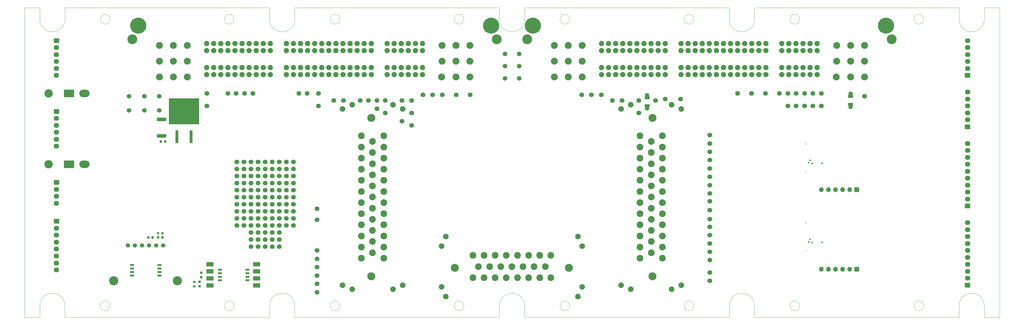
<source format=gts>
G04 #@! TF.GenerationSoftware,KiCad,Pcbnew,(5.99.0-12439-g94954386e6)*
G04 #@! TF.CreationDate,2021-10-25T23:58:22+03:00*
G04 #@! TF.ProjectId,proteusM73tu,70726f74-6575-4734-9d37-3374752e6b69,a*
G04 #@! TF.SameCoordinates,PX2160ec0PYcfb5d40*
G04 #@! TF.FileFunction,Soldermask,Top*
G04 #@! TF.FilePolarity,Negative*
%FSLAX46Y46*%
G04 Gerber Fmt 4.6, Leading zero omitted, Abs format (unit mm)*
G04 Created by KiCad (PCBNEW (5.99.0-12439-g94954386e6)) date 2021-10-25 23:58:22*
%MOMM*%
%LPD*%
G01*
G04 APERTURE LIST*
G04 #@! TA.AperFunction,Profile*
%ADD10C,0.050000*%
G04 #@! TD*
%ADD11R,1.100000X4.600000*%
%ADD12R,10.800000X9.400000*%
%ADD13C,1.700000*%
%ADD14C,3.000000*%
%ADD15O,3.700000X2.700000*%
%ADD16O,1.950000X1.700000*%
%ADD17R,1.700000X1.700000*%
%ADD18O,1.700000X1.700000*%
%ADD19O,0.250000X0.499999*%
%ADD20O,0.499999X0.250000*%
%ADD21C,0.599999*%
%ADD22C,1.650000*%
%ADD23R,2.540000X1.520000*%
%ADD24R,1.350000X0.690000*%
%ADD25C,2.475000*%
%ADD26C,1.875000*%
%ADD27C,3.525000*%
%ADD28C,5.775000*%
%ADD29C,1.524000*%
%ADD30C,2.850000*%
%ADD31C,2.000000*%
%ADD32C,2.400000*%
%ADD33C,3.302000*%
G04 APERTURE END LIST*
D10*
X170500000Y4100000D02*
X170500000Y0D01*
X5500000Y107200000D02*
X5500000Y111300000D01*
X344500000Y0D02*
X350000000Y0D01*
X88000000Y4100000D02*
X88000000Y0D01*
X278250000Y4100000D02*
G75*
G03*
X278250000Y4100000I-1750000J0D01*
G01*
X5500000Y0D02*
X0Y0D01*
X88000000Y107200000D02*
X88000000Y111300000D01*
X195750000Y4100000D02*
G75*
G03*
X195750000Y4100000I-1750000J0D01*
G01*
X170500000Y111300000D02*
X97000000Y111300000D01*
X335500000Y111300000D02*
X262000000Y111300000D01*
X262000000Y4100000D02*
X262000000Y0D01*
X97000000Y0D02*
X170500000Y0D01*
X335500000Y4100000D02*
G75*
G02*
X344500000Y4100000I4500000J0D01*
G01*
X253000001Y111300000D02*
X179500000Y111300000D01*
X157750000Y107200000D02*
G75*
G03*
X157750000Y107200000I-1750000J0D01*
G01*
X344500000Y111300000D02*
X349999999Y111300000D01*
X30750000Y4100000D02*
G75*
G03*
X30750000Y4100000I-1750000J0D01*
G01*
X179500000Y107200000D02*
X179500000Y111300000D01*
X97000000Y107200000D02*
X97000000Y111300000D01*
X350000000Y0D02*
X350000000Y111300000D01*
X344500000Y107200000D02*
X344500000Y111300000D01*
X5500000Y111300000D02*
X0Y111300000D01*
X335500000Y4100000D02*
X335500000Y0D01*
X253000000Y4100000D02*
G75*
G02*
X262000000Y4100000I4500000J0D01*
G01*
X75250000Y107200000D02*
G75*
G03*
X75250000Y107200000I-1750000J0D01*
G01*
X14500000Y0D02*
X88000000Y0D01*
X5500000Y4100000D02*
X5500000Y0D01*
X113250000Y4100000D02*
G75*
G03*
X113250000Y4100000I-1750000J0D01*
G01*
X253000000Y107200000D02*
G75*
G03*
X262000000Y107200000I4500000J0D01*
G01*
X170500000Y107200000D02*
G75*
G03*
X179500000Y107200000I4500000J0D01*
G01*
X14500000Y4100000D02*
G75*
G03*
X5500000Y4100000I-4500000J0D01*
G01*
X240250000Y107200000D02*
G75*
G03*
X240250000Y107200000I-1750000J0D01*
G01*
X262000000Y0D02*
X335500000Y0D01*
X335500000Y107200000D02*
X335500000Y111300000D01*
X170500000Y107200000D02*
X170500000Y111300000D01*
X97000000Y4100000D02*
X97000000Y0D01*
X88000000Y111300000D02*
X14500000Y111300000D01*
X262000000Y107200000D02*
X262000000Y111300000D01*
X0Y111300000D02*
X0Y0D01*
X322750000Y4100000D02*
G75*
G03*
X322750000Y4100000I-1750000J0D01*
G01*
X344500000Y4100000D02*
X344500000Y0D01*
X179500000Y4100000D02*
X179500000Y0D01*
X97000000Y107200000D02*
G75*
G02*
X88000000Y107200000I-4500000J0D01*
G01*
X30750000Y107200000D02*
G75*
G03*
X30750000Y107200000I-1750000J0D01*
G01*
X113250000Y107200000D02*
G75*
G03*
X113250000Y107200000I-1750000J0D01*
G01*
X253000000Y4100000D02*
X253000000Y0D01*
X322750000Y107200000D02*
G75*
G03*
X322750000Y107200000I-1750000J0D01*
G01*
X335500000Y107200000D02*
G75*
G03*
X344500000Y107200000I4500000J0D01*
G01*
X14500000Y107200000D02*
G75*
G02*
X5500000Y107200000I-4500000J0D01*
G01*
X195750000Y107200000D02*
G75*
G03*
X195750000Y107200000I-1750000J0D01*
G01*
X179500000Y4100000D02*
G75*
G03*
X170500000Y4100000I-4500000J0D01*
G01*
X253000000Y107200000D02*
X253000001Y111300000D01*
X14500000Y107200000D02*
X14500000Y111300000D01*
X75250000Y4100000D02*
G75*
G03*
X75250000Y4100000I-1750000J0D01*
G01*
X278250000Y107200000D02*
G75*
G03*
X278250000Y107200000I-1750000J0D01*
G01*
X179500000Y0D02*
X253000000Y0D01*
X157750000Y4100000D02*
G75*
G03*
X157750000Y4100000I-1750000J0D01*
G01*
X97000000Y4100000D02*
G75*
G03*
X88000000Y4100000I-4500000J0D01*
G01*
X14500000Y4100000D02*
X14500000Y0D01*
X240250000Y4100000D02*
G75*
G03*
X240250000Y4100000I-1750000J0D01*
G01*
D11*
G04 #@! TO.C,Q2*
X54685000Y64925000D03*
D12*
X57225000Y74075000D03*
D11*
X59765000Y64925000D03*
G04 #@! TD*
D13*
G04 #@! TO.C,P18*
X235500000Y78500000D03*
G04 #@! TD*
D14*
G04 #@! TO.C,J1*
X8700000Y80500000D03*
G36*
G01*
X17599999Y79150000D02*
X14400001Y79150000D01*
G75*
G02*
X14150000Y79400001I0J250001D01*
G01*
X14150000Y81599999D01*
G75*
G02*
X14400001Y81850000I250001J0D01*
G01*
X17599999Y81850000D01*
G75*
G02*
X17850000Y81599999I0J-250001D01*
G01*
X17850000Y79400001D01*
G75*
G02*
X17599999Y79150000I-250001J0D01*
G01*
G37*
D15*
X21500000Y80500000D03*
G04 #@! TD*
D13*
G04 #@! TO.C,P47*
X246000000Y23500000D03*
G04 #@! TD*
G04 #@! TO.C,P76*
X139000000Y78000000D03*
G04 #@! TD*
G04 #@! TO.C,P51*
X246000000Y56500000D03*
G04 #@! TD*
G04 #@! TO.C,P67*
X246000000Y65500000D03*
G04 #@! TD*
G04 #@! TO.C,J17*
G36*
G01*
X339225000Y67650000D02*
X337775000Y67650000D01*
G75*
G02*
X337525000Y67900000I0J250000D01*
G01*
X337525000Y69100000D01*
G75*
G02*
X337775000Y69350000I250000J0D01*
G01*
X339225000Y69350000D01*
G75*
G02*
X339475000Y69100000I0J-250000D01*
G01*
X339475000Y67900000D01*
G75*
G02*
X339225000Y67650000I-250000J0D01*
G01*
G37*
D16*
X338500000Y71000000D03*
X338500000Y73500000D03*
X338500000Y76000000D03*
X338500000Y78500000D03*
X338500000Y81000000D03*
G04 #@! TD*
D17*
G04 #@! TO.C,J3*
X298700000Y45875000D03*
D18*
X296160000Y45875000D03*
X293620000Y45875000D03*
X291080000Y45875000D03*
X288540000Y45875000D03*
X286000000Y45875000D03*
G04 #@! TD*
G04 #@! TO.C,J6*
G36*
G01*
X10775000Y49350000D02*
X12225000Y49350000D01*
G75*
G02*
X12475000Y49100000I0J-250000D01*
G01*
X12475000Y47900000D01*
G75*
G02*
X12225000Y47650000I-250000J0D01*
G01*
X10775000Y47650000D01*
G75*
G02*
X10525000Y47900000I0J250000D01*
G01*
X10525000Y49100000D01*
G75*
G02*
X10775000Y49350000I250000J0D01*
G01*
G37*
D16*
X11500000Y46000000D03*
X11500000Y43500000D03*
X11500000Y41000000D03*
G04 #@! TD*
D13*
G04 #@! TO.C,P79*
X129500000Y78000000D03*
G04 #@! TD*
G04 #@! TO.C,P8*
X277000000Y80500000D03*
G04 #@! TD*
G04 #@! TO.C,P36*
X98500000Y80500000D03*
G04 #@! TD*
G04 #@! TO.C,R5*
G36*
G01*
X61330000Y10733750D02*
X60550000Y10733750D01*
G75*
G02*
X60480000Y10803750I0J70000D01*
G01*
X60480000Y11363750D01*
G75*
G02*
X60550000Y11433750I70000J0D01*
G01*
X61330000Y11433750D01*
G75*
G02*
X61400000Y11363750I0J-70000D01*
G01*
X61400000Y10803750D01*
G75*
G02*
X61330000Y10733750I-70000J0D01*
G01*
G37*
G36*
G01*
X61330000Y12333750D02*
X60550000Y12333750D01*
G75*
G02*
X60480000Y12403750I0J70000D01*
G01*
X60480000Y12963750D01*
G75*
G02*
X60550000Y13033750I70000J0D01*
G01*
X61330000Y13033750D01*
G75*
G02*
X61400000Y12963750I0J-70000D01*
G01*
X61400000Y12403750D01*
G75*
G02*
X61330000Y12333750I-70000J0D01*
G01*
G37*
G04 #@! TD*
G04 #@! TO.C,J5*
G36*
G01*
X10775000Y100350000D02*
X12225000Y100350000D01*
G75*
G02*
X12475000Y100100000I0J-250000D01*
G01*
X12475000Y98900000D01*
G75*
G02*
X12225000Y98650000I-250000J0D01*
G01*
X10775000Y98650000D01*
G75*
G02*
X10525000Y98900000I0J250000D01*
G01*
X10525000Y100100000D01*
G75*
G02*
X10775000Y100350000I250000J0D01*
G01*
G37*
D16*
X11500000Y97000000D03*
X11500000Y94500000D03*
X11500000Y92000000D03*
X11500000Y89500000D03*
X11500000Y87000000D03*
G04 #@! TD*
D13*
G04 #@! TO.C,P19*
X230000000Y78500000D03*
G04 #@! TD*
G04 #@! TO.C,G3*
X91440000Y45720000D03*
X91440000Y48260000D03*
X91440000Y50800000D03*
X91440000Y53340000D03*
X91440000Y55880000D03*
X93980000Y45720000D03*
X93980000Y48260000D03*
X93980000Y50800000D03*
X93980000Y53340000D03*
X93980000Y55880000D03*
X96520000Y45720000D03*
X96520000Y48260000D03*
X96520000Y50800000D03*
X96520000Y53340000D03*
X96520000Y55880000D03*
G04 #@! TD*
G04 #@! TO.C,G2*
X83820000Y45720000D03*
X83820000Y48260000D03*
X83820000Y50800000D03*
X83820000Y53340000D03*
X83820000Y55880000D03*
X86360000Y45720000D03*
X86360000Y48260000D03*
X86360000Y50800000D03*
X86360000Y53340000D03*
X86360000Y55880000D03*
X88900000Y45720000D03*
X88900000Y48260000D03*
X88900000Y50800000D03*
X88900000Y53340000D03*
X88900000Y55880000D03*
G04 #@! TD*
G04 #@! TO.C,P54*
X246000000Y44500000D03*
G04 #@! TD*
G04 #@! TO.C,P7*
X280000000Y76000000D03*
G04 #@! TD*
G04 #@! TO.C,C2*
G36*
G01*
X62540000Y13188751D02*
X63220000Y13188751D01*
G75*
G02*
X63305000Y13103751I0J-85000D01*
G01*
X63305000Y12423751D01*
G75*
G02*
X63220000Y12338751I-85000J0D01*
G01*
X62540000Y12338751D01*
G75*
G02*
X62455000Y12423751I0J85000D01*
G01*
X62455000Y13103751D01*
G75*
G02*
X62540000Y13188751I85000J0D01*
G01*
G37*
G36*
G01*
X62540000Y11608749D02*
X63220000Y11608749D01*
G75*
G02*
X63305000Y11523749I0J-85000D01*
G01*
X63305000Y10843749D01*
G75*
G02*
X63220000Y10758749I-85000J0D01*
G01*
X62540000Y10758749D01*
G75*
G02*
X62455000Y10843749I0J85000D01*
G01*
X62455000Y11523749D01*
G75*
G02*
X62540000Y11608749I85000J0D01*
G01*
G37*
G04 #@! TD*
G04 #@! TO.C,J19*
G36*
G01*
X10775000Y35350000D02*
X12225000Y35350000D01*
G75*
G02*
X12475000Y35100000I0J-250000D01*
G01*
X12475000Y33900000D01*
G75*
G02*
X12225000Y33650000I-250000J0D01*
G01*
X10775000Y33650000D01*
G75*
G02*
X10525000Y33900000I0J250000D01*
G01*
X10525000Y35100000D01*
G75*
G02*
X10775000Y35350000I250000J0D01*
G01*
G37*
D16*
X11500000Y32000000D03*
X11500000Y29500000D03*
X11500000Y27000000D03*
X11500000Y24500000D03*
X11500000Y22000000D03*
X11500000Y19500000D03*
X11500000Y17000000D03*
G04 #@! TD*
D19*
G04 #@! TO.C,M2*
X280356666Y52312505D03*
D20*
X280406664Y62662499D03*
X280406664Y62162498D03*
D21*
X281456662Y55612501D03*
X281981662Y56487503D03*
X282731660Y55312499D03*
X286281661Y55387502D03*
G04 #@! TD*
D13*
G04 #@! TO.C,P45*
X246000000Y29500000D03*
G04 #@! TD*
G04 #@! TO.C,C3*
G36*
G01*
X46450500Y29049986D02*
X46450500Y28369986D01*
G75*
G02*
X46365500Y28284986I-85000J0D01*
G01*
X45685500Y28284986D01*
G75*
G02*
X45600500Y28369986I0J85000D01*
G01*
X45600500Y29049986D01*
G75*
G02*
X45685500Y29134986I85000J0D01*
G01*
X46365500Y29134986D01*
G75*
G02*
X46450500Y29049986I0J-85000D01*
G01*
G37*
G36*
G01*
X44870498Y29049986D02*
X44870498Y28369986D01*
G75*
G02*
X44785498Y28284986I-85000J0D01*
G01*
X44105498Y28284986D01*
G75*
G02*
X44020498Y28369986I0J85000D01*
G01*
X44020498Y29049986D01*
G75*
G02*
X44105498Y29134986I85000J0D01*
G01*
X44785498Y29134986D01*
G75*
G02*
X44870498Y29049986I0J-85000D01*
G01*
G37*
G04 #@! TD*
G04 #@! TO.C,P38*
X101500000Y80500000D03*
G04 #@! TD*
G04 #@! TO.C,R3*
G36*
G01*
X50875000Y63589999D02*
X50875000Y62809999D01*
G75*
G02*
X50805000Y62739999I-70000J0D01*
G01*
X50245000Y62739999D01*
G75*
G02*
X50175000Y62809999I0J70000D01*
G01*
X50175000Y63589999D01*
G75*
G02*
X50245000Y63659999I70000J0D01*
G01*
X50805000Y63659999D01*
G75*
G02*
X50875000Y63589999I0J-70000D01*
G01*
G37*
G36*
G01*
X49275000Y63589999D02*
X49275000Y62809999D01*
G75*
G02*
X49205000Y62739999I-70000J0D01*
G01*
X48645000Y62739999D01*
G75*
G02*
X48575000Y62809999I0J70000D01*
G01*
X48575000Y63589999D01*
G75*
G02*
X48645000Y63659999I70000J0D01*
G01*
X49205000Y63659999D01*
G75*
G02*
X49275000Y63589999I0J-70000D01*
G01*
G37*
G04 #@! TD*
D22*
G04 #@! TO.C,F7*
X43000000Y79500000D03*
X43000000Y74420000D03*
G04 #@! TD*
D13*
G04 #@! TO.C,P20*
X220500000Y73500000D03*
G04 #@! TD*
G04 #@! TO.C,P31*
X123500000Y78000000D03*
G04 #@! TD*
G04 #@! TO.C,P61*
X146500000Y80000000D03*
G04 #@! TD*
G04 #@! TO.C,G1*
X91440000Y33020000D03*
X91440000Y35560000D03*
X91440000Y38100000D03*
X91440000Y40640000D03*
X91440000Y43180000D03*
X93980000Y33020000D03*
X93980000Y35560000D03*
X93980000Y38100000D03*
X93980000Y40640000D03*
X93980000Y43180000D03*
X96520000Y33020000D03*
X96520000Y35560000D03*
X96520000Y38100000D03*
X96520000Y40640000D03*
X96520000Y43180000D03*
G04 #@! TD*
G04 #@! TO.C,C4*
G36*
G01*
X47520498Y28369986D02*
X47520498Y29049986D01*
G75*
G02*
X47605498Y29134986I85000J0D01*
G01*
X48285498Y29134986D01*
G75*
G02*
X48370498Y29049986I0J-85000D01*
G01*
X48370498Y28369986D01*
G75*
G02*
X48285498Y28284986I-85000J0D01*
G01*
X47605498Y28284986D01*
G75*
G02*
X47520498Y28369986I0J85000D01*
G01*
G37*
G36*
G01*
X49100500Y28369986D02*
X49100500Y29049986D01*
G75*
G02*
X49185500Y29134986I85000J0D01*
G01*
X49865500Y29134986D01*
G75*
G02*
X49950500Y29049986I0J-85000D01*
G01*
X49950500Y28369986D01*
G75*
G02*
X49865500Y28284986I-85000J0D01*
G01*
X49185500Y28284986D01*
G75*
G02*
X49100500Y28369986I0J85000D01*
G01*
G37*
G04 #@! TD*
G04 #@! TO.C,P39*
X82000000Y80500000D03*
G04 #@! TD*
G04 #@! TO.C,G7*
X76200000Y45720000D03*
X76200000Y48260000D03*
X76200000Y50800000D03*
X76200000Y53340000D03*
X76200000Y55880000D03*
X78740000Y45720000D03*
X78740000Y48260000D03*
X78740000Y50800000D03*
X78740000Y53340000D03*
X78740000Y55880000D03*
X81280000Y45720000D03*
X81280000Y48260000D03*
X81280000Y50800000D03*
X81280000Y53340000D03*
X81280000Y55880000D03*
G04 #@! TD*
G04 #@! TO.C,P73*
X105000000Y24000000D03*
G04 #@! TD*
G04 #@! TO.C,P24*
X203500000Y80000000D03*
G04 #@! TD*
G04 #@! TO.C,P37*
X105500000Y80500000D03*
G04 #@! TD*
G04 #@! TO.C,P62*
X105000000Y15000000D03*
G04 #@! TD*
G04 #@! TO.C,P49*
X246000000Y62500000D03*
G04 #@! TD*
G04 #@! TO.C,P75*
X126500000Y78000000D03*
G04 #@! TD*
G04 #@! TO.C,P26*
X220500000Y78000000D03*
G04 #@! TD*
G04 #@! TO.C,P68*
X246000000Y47500000D03*
G04 #@! TD*
G04 #@! TO.C,P30*
X120500000Y78000000D03*
G04 #@! TD*
G04 #@! TO.C,P55*
X246000000Y41700000D03*
G04 #@! TD*
G04 #@! TO.C,P5*
X286000000Y76000000D03*
G04 #@! TD*
G04 #@! TO.C,P1*
X139000000Y69000000D03*
G04 #@! TD*
G04 #@! TO.C,P27*
X214500000Y78000000D03*
G04 #@! TD*
G04 #@! TO.C,P29*
X155000000Y80000000D03*
G04 #@! TD*
D22*
G04 #@! TO.C,F8*
X48400000Y79500000D03*
X48400000Y74420000D03*
G04 #@! TD*
D23*
G04 #@! TO.C,U1*
X66618000Y19008750D03*
D24*
X70174000Y17108750D03*
D23*
X66618000Y16468750D03*
D24*
X70174000Y15838750D03*
X70174000Y14568750D03*
D23*
X66618000Y13928750D03*
X66618000Y11388750D03*
D24*
X70174000Y13298750D03*
X80016500Y13298750D03*
D23*
X83382000Y11388750D03*
X83382000Y13928750D03*
D24*
X80016500Y14568750D03*
X80016500Y15838750D03*
D23*
X83382000Y16468750D03*
D24*
X80016500Y17108750D03*
D23*
X83382000Y19008750D03*
G04 #@! TD*
G04 #@! TO.C,J7*
G36*
G01*
X339225000Y10650000D02*
X337775000Y10650000D01*
G75*
G02*
X337525000Y10900000I0J250000D01*
G01*
X337525000Y12100000D01*
G75*
G02*
X337775000Y12350000I250000J0D01*
G01*
X339225000Y12350000D01*
G75*
G02*
X339475000Y12100000I0J-250000D01*
G01*
X339475000Y10900000D01*
G75*
G02*
X339225000Y10650000I-250000J0D01*
G01*
G37*
D16*
X338500000Y14000000D03*
X338500000Y16500000D03*
X338500000Y19000000D03*
X338500000Y21500000D03*
X338500000Y24000000D03*
X338500000Y26500000D03*
X338500000Y29000000D03*
X338500000Y31500000D03*
X338500000Y34000000D03*
G04 #@! TD*
D13*
G04 #@! TO.C,P50*
X246000000Y59500000D03*
G04 #@! TD*
G04 #@! TO.C,P66*
X246000000Y13100000D03*
G04 #@! TD*
G04 #@! TO.C,P15*
X266000000Y80500000D03*
G04 #@! TD*
D22*
G04 #@! TO.C,F2*
X177540000Y94700000D03*
X172460000Y94700000D03*
G04 #@! TD*
D13*
G04 #@! TO.C,P48*
X246000000Y32500000D03*
G04 #@! TD*
D25*
G04 #@! TO.C,J8*
X159850000Y97815000D03*
X154850000Y97815000D03*
X149850000Y97815000D03*
X159850000Y92115000D03*
X154850000Y92115000D03*
X149850000Y92115000D03*
X159850000Y86415000D03*
X154850000Y86415000D03*
X149690000Y86415000D03*
D26*
X142850000Y98415000D03*
X140310000Y98415000D03*
X137770000Y98415000D03*
X135230000Y98415000D03*
X132690000Y98415000D03*
X130150000Y98415000D03*
X142850000Y95875000D03*
X140310000Y95875000D03*
X137770000Y95875000D03*
X135230000Y95875000D03*
X132690000Y95875000D03*
X130150000Y95875000D03*
X142850000Y89825000D03*
X140310000Y89825000D03*
X137770000Y89825000D03*
X135230000Y89825000D03*
X132690000Y89825000D03*
X130150000Y89825000D03*
X142850000Y87285000D03*
X140310000Y87285000D03*
X137770000Y87285000D03*
X135230000Y87285000D03*
X132690000Y87285000D03*
X130150000Y87285000D03*
X124450000Y98415000D03*
X121910000Y98415000D03*
X119370000Y98415000D03*
X116830000Y98415000D03*
X114290000Y98415000D03*
X111750000Y98415000D03*
X109210000Y98415000D03*
X106670000Y98415000D03*
X104130000Y98415000D03*
X101590000Y98415000D03*
X99050000Y98415000D03*
X96510000Y98415000D03*
X93970000Y98415000D03*
X124450000Y95875000D03*
X121910000Y95875000D03*
X119370000Y95875000D03*
X116830000Y95875000D03*
X114290000Y95875000D03*
X111750000Y95875000D03*
X109210000Y95875000D03*
X106670000Y95875000D03*
X104130000Y95875000D03*
X101590000Y95875000D03*
X99050000Y95875000D03*
X96510000Y95875000D03*
X93970000Y95875000D03*
X124450000Y89825000D03*
X121910000Y89825000D03*
X119370000Y89825000D03*
X116830000Y89825000D03*
X114290000Y89825000D03*
X111750000Y89825000D03*
X109210000Y89825000D03*
X106670000Y89825000D03*
X104130000Y89825000D03*
X101590000Y89825000D03*
X99050000Y89825000D03*
X96510000Y89825000D03*
X93970000Y89825000D03*
X124450000Y87285000D03*
X121910000Y87285000D03*
X119370000Y87285000D03*
X116830000Y87285000D03*
X114290000Y87285000D03*
X111750000Y87285000D03*
X109210000Y87285000D03*
X106670000Y87285000D03*
X104130000Y87285000D03*
X101590000Y87285000D03*
X99050000Y87285000D03*
X96510000Y87285000D03*
X93970000Y87285000D03*
X88250000Y98415000D03*
X85710000Y98415000D03*
X83170000Y98415000D03*
X80630000Y98415000D03*
X78090000Y98415000D03*
X75550000Y98415000D03*
X73010000Y98415000D03*
X70470000Y98415000D03*
X67930000Y98415000D03*
X65390000Y98415000D03*
X88250000Y95875000D03*
X85710000Y95875000D03*
X83170000Y95875000D03*
X80630000Y95875000D03*
X78090000Y95875000D03*
X75550000Y95875000D03*
X73010000Y95875000D03*
X70470000Y95875000D03*
X67930000Y95875000D03*
X65390000Y95875000D03*
X88250000Y89825000D03*
X85710000Y89825000D03*
X83170000Y89825000D03*
X80630000Y89825000D03*
X78090000Y89825000D03*
X75550000Y89825000D03*
X73010000Y89825000D03*
X70470000Y89825000D03*
X67930000Y89825000D03*
X65390000Y89825000D03*
X88250000Y87285000D03*
X85710000Y87285000D03*
X83170000Y87285000D03*
X80630000Y87285000D03*
X78090000Y87285000D03*
X75550000Y87285000D03*
X73010000Y87285000D03*
X70470000Y87285000D03*
X67930000Y87285000D03*
X65390000Y87285000D03*
D25*
X58450000Y97815000D03*
X53450000Y97815000D03*
X48450000Y97815000D03*
X58450000Y92115000D03*
X53450000Y92115000D03*
X48450000Y92115000D03*
X58450000Y86415000D03*
X53450000Y86415000D03*
X48450000Y86415000D03*
D27*
X169550000Y100015000D03*
X38750000Y100015000D03*
D28*
X167500000Y104915000D03*
X40800000Y104915000D03*
G04 #@! TD*
D13*
G04 #@! TO.C,P58*
X246000000Y26500000D03*
G04 #@! TD*
G04 #@! TO.C,P33*
X105500000Y76000000D03*
G04 #@! TD*
D17*
G04 #@! TO.C,J13*
X298700000Y17250000D03*
D18*
X296160000Y17250000D03*
X293620000Y17250000D03*
X291080000Y17250000D03*
X288540000Y17250000D03*
X286000000Y17250000D03*
G04 #@! TD*
D13*
G04 #@! TO.C,P59*
X105000000Y18000000D03*
G04 #@! TD*
G04 #@! TO.C,P13*
X286000000Y80500000D03*
G04 #@! TD*
D22*
G04 #@! TO.C,F6*
X37500000Y79500000D03*
X37500000Y74420000D03*
G04 #@! TD*
D13*
G04 #@! TO.C,P14*
X261000000Y80500000D03*
G04 #@! TD*
G04 #@! TO.C,P65*
X246000000Y16100000D03*
G04 #@! TD*
G04 #@! TO.C,P12*
X271000000Y80500000D03*
G04 #@! TD*
G04 #@! TO.C,R4*
G36*
G01*
X50649999Y64624999D02*
X47799999Y64624999D01*
G75*
G02*
X47549999Y64874999I0J250000D01*
G01*
X47549999Y65599999D01*
G75*
G02*
X47799999Y65849999I250000J0D01*
G01*
X50649999Y65849999D01*
G75*
G02*
X50899999Y65599999I0J-250000D01*
G01*
X50899999Y64874999D01*
G75*
G02*
X50649999Y64624999I-250000J0D01*
G01*
G37*
G36*
G01*
X50649999Y70549999D02*
X47799999Y70549999D01*
G75*
G02*
X47549999Y70799999I0J250000D01*
G01*
X47549999Y71524999D01*
G75*
G02*
X47799999Y71774999I250000J0D01*
G01*
X50649999Y71774999D01*
G75*
G02*
X50899999Y71524999I0J-250000D01*
G01*
X50899999Y70799999D01*
G75*
G02*
X50649999Y70549999I-250000J0D01*
G01*
G37*
G04 #@! TD*
G04 #@! TO.C,P32*
X114500000Y78000000D03*
G04 #@! TD*
D19*
G04 #@! TO.C,M4*
X280356666Y23812505D03*
D20*
X280406664Y34162499D03*
X280406664Y33662498D03*
D21*
X281456662Y27112501D03*
X281981662Y27987503D03*
X282731660Y26812499D03*
X286281661Y26887502D03*
G04 #@! TD*
D14*
G04 #@! TO.C,J2*
X8700000Y55000000D03*
G36*
G01*
X17599999Y53650000D02*
X14400001Y53650000D01*
G75*
G02*
X14150000Y53900001I0J250001D01*
G01*
X14150000Y56099999D01*
G75*
G02*
X14400001Y56350000I250001J0D01*
G01*
X17599999Y56350000D01*
G75*
G02*
X17850000Y56099999I0J-250001D01*
G01*
X17850000Y53900001D01*
G75*
G02*
X17599999Y53650000I-250001J0D01*
G01*
G37*
D15*
X21500000Y55000000D03*
G04 #@! TD*
D13*
G04 #@! TO.C,P34*
X126500000Y75000000D03*
G04 #@! TD*
G04 #@! TO.C,P77*
X129500000Y73500000D03*
G04 #@! TD*
G04 #@! TO.C,P6*
X283000000Y80500000D03*
G04 #@! TD*
G04 #@! TO.C,P69*
X139000000Y73500000D03*
G04 #@! TD*
D29*
G04 #@! TO.C,F4*
X223500000Y79950000D03*
G36*
G01*
X222600000Y78605010D02*
X222600000Y79295010D01*
G75*
G02*
X222830000Y79525010I230000J0D01*
G01*
X224170000Y79525010D01*
G75*
G02*
X224400000Y79295010I0J-230000D01*
G01*
X224400000Y78605010D01*
G75*
G02*
X224170000Y78375010I-230000J0D01*
G01*
X222830000Y78375010D01*
G75*
G02*
X222600000Y78605010I0J230000D01*
G01*
G37*
X223500000Y75050000D03*
G36*
G01*
X222600000Y75704990D02*
X222600000Y76394990D01*
G75*
G02*
X222830000Y76624990I230000J0D01*
G01*
X224170000Y76624990D01*
G75*
G02*
X224400000Y76394990I0J-230000D01*
G01*
X224400000Y75704990D01*
G75*
G02*
X224170000Y75474990I-230000J0D01*
G01*
X222830000Y75474990D01*
G75*
G02*
X222600000Y75704990I0J230000D01*
G01*
G37*
G04 #@! TD*
D13*
G04 #@! TO.C,P42*
X76000000Y80500000D03*
G04 #@! TD*
G04 #@! TO.C,P63*
X105000000Y9000000D03*
G04 #@! TD*
G04 #@! TO.C,J16*
G36*
G01*
X339225000Y86150000D02*
X337775000Y86150000D01*
G75*
G02*
X337525000Y86400000I0J250000D01*
G01*
X337525000Y87600000D01*
G75*
G02*
X337775000Y87850000I250000J0D01*
G01*
X339225000Y87850000D01*
G75*
G02*
X339475000Y87600000I0J-250000D01*
G01*
X339475000Y86400000D01*
G75*
G02*
X339225000Y86150000I-250000J0D01*
G01*
G37*
D16*
X338500000Y89500000D03*
X338500000Y92000000D03*
X338500000Y94500000D03*
X338500000Y97000000D03*
X338500000Y99500000D03*
G04 #@! TD*
D13*
G04 #@! TO.C,P35*
X111000000Y78000000D03*
G04 #@! TD*
G04 #@! TO.C,P21*
X200000000Y80000000D03*
G04 #@! TD*
D30*
G04 #@! TO.C,BRD1*
X124450001Y71725000D03*
D31*
X214150001Y11525000D03*
X198650001Y29025000D03*
X151250001Y7425000D03*
D30*
X195450001Y17725000D03*
D31*
X198650001Y7425000D03*
X149750001Y25525000D03*
X235750001Y11525000D03*
D30*
X225450001Y14725000D03*
D31*
X135750001Y74925000D03*
X132250001Y10025000D03*
X117650001Y10025000D03*
X217650001Y76425000D03*
D30*
X124450001Y14725000D03*
D31*
X151250001Y29025000D03*
D30*
X154450001Y17725000D03*
D31*
X149750001Y10925000D03*
X232250001Y10025000D03*
X200150001Y10925000D03*
X135750001Y11525000D03*
X132250001Y76425000D03*
X117650001Y76425000D03*
X114150001Y11525000D03*
X114150001Y74925000D03*
D30*
X225450001Y71725000D03*
D31*
X232250001Y76425000D03*
X214150001Y74925000D03*
X235750001Y74925000D03*
X217650001Y10025000D03*
X200150001Y25525000D03*
D32*
X228950001Y21225000D03*
X228950001Y25225000D03*
X228950001Y29225000D03*
X228950001Y33225000D03*
X228950001Y37225000D03*
X228950001Y41225000D03*
X228950001Y45225000D03*
X228950001Y49225000D03*
X228950001Y53225000D03*
X228950001Y57225000D03*
X228950001Y61225000D03*
X228950001Y65225000D03*
X224950001Y23225000D03*
X224950001Y27225000D03*
X224950001Y31225000D03*
X224950001Y35225000D03*
X224950001Y39225000D03*
X224950001Y43225000D03*
X224950001Y47225000D03*
X224950001Y51225000D03*
X224950001Y55225000D03*
X224950001Y59225000D03*
X224950001Y63225000D03*
X220950001Y21225000D03*
X220950001Y25225000D03*
X220950001Y29225000D03*
X220950001Y33225000D03*
X220950001Y37225000D03*
X220950001Y41225000D03*
X220950001Y45225000D03*
X220950001Y49225000D03*
X220950001Y53225000D03*
X220950001Y57225000D03*
X220950001Y61225000D03*
X220950001Y65225000D03*
X160950001Y14225000D03*
X164950001Y14225000D03*
X168950001Y14225000D03*
X172950001Y14225000D03*
X176950001Y14225000D03*
X180950001Y14225000D03*
X184950001Y14225000D03*
X188950001Y14225000D03*
X162950001Y18225000D03*
X166950001Y18225000D03*
X170950001Y18225000D03*
X174950001Y18225000D03*
X178950001Y18225000D03*
X182950001Y18225000D03*
X186950001Y18225000D03*
X160950001Y22225000D03*
X164950001Y22225000D03*
X168950001Y22225000D03*
X172950001Y22225000D03*
X176950001Y22225000D03*
X180950001Y22225000D03*
X184950001Y22225000D03*
X188950001Y22225000D03*
X120950001Y65225000D03*
X120950001Y61225000D03*
X120950001Y57225000D03*
X120950001Y53225000D03*
X120950001Y49225000D03*
X120950001Y45225000D03*
X120950001Y41225000D03*
X120950001Y37225000D03*
X120950001Y33225000D03*
X120950001Y29225000D03*
X120950001Y25225000D03*
X120950001Y21225000D03*
X124950001Y63225000D03*
X124950001Y59225000D03*
X124950001Y55225000D03*
X124950001Y51225000D03*
X124950001Y47225000D03*
X124950001Y43225000D03*
X124950001Y39225000D03*
X124950001Y35225000D03*
X124950001Y31225000D03*
X124950001Y27225000D03*
X124950001Y23225000D03*
X128950001Y65225000D03*
X128950001Y61225000D03*
X128950001Y57225000D03*
X128950001Y53225000D03*
X128950001Y49225000D03*
X128950001Y45225000D03*
X128950001Y41225000D03*
X128950001Y37225000D03*
X128950001Y33225000D03*
X128950001Y29225000D03*
X128950001Y25225000D03*
X128950001Y21225000D03*
G04 #@! TD*
D13*
G04 #@! TO.C,P17*
X135500000Y78000000D03*
G04 #@! TD*
G04 #@! TO.C,G5*
X91440000Y25400000D03*
X88900000Y25400000D03*
X86360000Y25400000D03*
X83820000Y25400000D03*
X81280000Y25400000D03*
X91440000Y27940000D03*
X88900000Y27940000D03*
X86360000Y27940000D03*
X83820000Y27940000D03*
X81280000Y27940000D03*
X91440000Y30480000D03*
X88900000Y30480000D03*
X86360000Y30480000D03*
X83820000Y30480000D03*
X81280000Y30480000D03*
G04 #@! TD*
G04 #@! TO.C,J4*
G36*
G01*
X10775000Y74850000D02*
X12225000Y74850000D01*
G75*
G02*
X12475000Y74600000I0J-250000D01*
G01*
X12475000Y73400000D01*
G75*
G02*
X12225000Y73150000I-250000J0D01*
G01*
X10775000Y73150000D01*
G75*
G02*
X10525000Y73400000I0J250000D01*
G01*
X10525000Y74600000D01*
G75*
G02*
X10775000Y74850000I250000J0D01*
G01*
G37*
D16*
X11500000Y71500000D03*
X11500000Y69000000D03*
X11500000Y66500000D03*
X11500000Y64000000D03*
X11500000Y61500000D03*
G04 #@! TD*
G04 #@! TO.C,J10*
G36*
G01*
X339225000Y39150000D02*
X337775000Y39150000D01*
G75*
G02*
X337525000Y39400000I0J250000D01*
G01*
X337525000Y40600000D01*
G75*
G02*
X337775000Y40850000I250000J0D01*
G01*
X339225000Y40850000D01*
G75*
G02*
X339475000Y40600000I0J-250000D01*
G01*
X339475000Y39400000D01*
G75*
G02*
X339225000Y39150000I-250000J0D01*
G01*
G37*
X338500000Y42500000D03*
X338500000Y45000000D03*
X338500000Y47500000D03*
X338500000Y50000000D03*
X338500000Y52500000D03*
X338500000Y55000000D03*
X338500000Y57500000D03*
X338500000Y60000000D03*
X338500000Y62500000D03*
G04 #@! TD*
D29*
G04 #@! TO.C,F1*
X296500000Y80450000D03*
G36*
G01*
X295600000Y79105010D02*
X295600000Y79795010D01*
G75*
G02*
X295830000Y80025010I230000J0D01*
G01*
X297170000Y80025010D01*
G75*
G02*
X297400000Y79795010I0J-230000D01*
G01*
X297400000Y79105010D01*
G75*
G02*
X297170000Y78875010I-230000J0D01*
G01*
X295830000Y78875010D01*
G75*
G02*
X295600000Y79105010I0J230000D01*
G01*
G37*
G36*
G01*
X295600000Y76204990D02*
X295600000Y76894990D01*
G75*
G02*
X295830000Y77124990I230000J0D01*
G01*
X297170000Y77124990D01*
G75*
G02*
X297400000Y76894990I0J-230000D01*
G01*
X297400000Y76204990D01*
G75*
G02*
X297170000Y75974990I-230000J0D01*
G01*
X295830000Y75974990D01*
G75*
G02*
X295600000Y76204990I0J230000D01*
G01*
G37*
X296500000Y75550000D03*
G04 #@! TD*
D13*
G04 #@! TO.C,P70*
X105000000Y39000000D03*
G04 #@! TD*
G04 #@! TO.C,R6*
G36*
G01*
X49885499Y30599986D02*
X49885499Y29819986D01*
G75*
G02*
X49815499Y29749986I-70000J0D01*
G01*
X49255499Y29749986D01*
G75*
G02*
X49185499Y29819986I0J70000D01*
G01*
X49185499Y30599986D01*
G75*
G02*
X49255499Y30669986I70000J0D01*
G01*
X49815499Y30669986D01*
G75*
G02*
X49885499Y30599986I0J-70000D01*
G01*
G37*
G36*
G01*
X48285499Y30599986D02*
X48285499Y29819986D01*
G75*
G02*
X48215499Y29749986I-70000J0D01*
G01*
X47655499Y29749986D01*
G75*
G02*
X47585499Y29819986I0J70000D01*
G01*
X47585499Y30599986D01*
G75*
G02*
X47655499Y30669986I70000J0D01*
G01*
X48215499Y30669986D01*
G75*
G02*
X48285499Y30599986I0J-70000D01*
G01*
G37*
G04 #@! TD*
G04 #@! TO.C,P25*
X226500000Y78000000D03*
G04 #@! TD*
G04 #@! TO.C,P71*
X105000000Y35000000D03*
G04 #@! TD*
G04 #@! TO.C,P16*
X256000000Y80500000D03*
G04 #@! TD*
G04 #@! TO.C,P57*
X246000000Y35300000D03*
G04 #@! TD*
G04 #@! TO.C,P9*
X274000000Y76000000D03*
G04 #@! TD*
D22*
G04 #@! TO.C,F5*
X177540000Y85900000D03*
X172460000Y85900000D03*
G04 #@! TD*
D13*
G04 #@! TO.C,P44*
X65500000Y80500000D03*
G04 #@! TD*
G04 #@! TO.C,P74*
X105000000Y21000000D03*
G04 #@! TD*
G04 #@! TO.C,C1*
G36*
G01*
X63820000Y13958749D02*
X63140000Y13958749D01*
G75*
G02*
X63055000Y14043749I0J85000D01*
G01*
X63055000Y14723749D01*
G75*
G02*
X63140000Y14808749I85000J0D01*
G01*
X63820000Y14808749D01*
G75*
G02*
X63905000Y14723749I0J-85000D01*
G01*
X63905000Y14043749D01*
G75*
G02*
X63820000Y13958749I-85000J0D01*
G01*
G37*
G36*
G01*
X63820000Y15538751D02*
X63140000Y15538751D01*
G75*
G02*
X63055000Y15623751I0J85000D01*
G01*
X63055000Y16303751D01*
G75*
G02*
X63140000Y16388751I85000J0D01*
G01*
X63820000Y16388751D01*
G75*
G02*
X63905000Y16303751I0J-85000D01*
G01*
X63905000Y15623751D01*
G75*
G02*
X63820000Y15538751I-85000J0D01*
G01*
G37*
G04 #@! TD*
D22*
G04 #@! TO.C,F3*
X177540000Y90300000D03*
X172460000Y90300000D03*
G04 #@! TD*
D13*
G04 #@! TO.C,G4*
X76200000Y33020000D03*
X76200000Y35560000D03*
X76200000Y38100000D03*
X76200000Y40640000D03*
X76200000Y43180000D03*
X78740000Y33020000D03*
X78740000Y35560000D03*
X78740000Y38100000D03*
X78740000Y40640000D03*
X78740000Y43180000D03*
X81280000Y33020000D03*
X81280000Y35560000D03*
X81280000Y38100000D03*
X81280000Y40640000D03*
X81280000Y43180000D03*
G04 #@! TD*
G04 #@! TO.C,P11*
X274000000Y80500000D03*
G04 #@! TD*
G04 #@! TO.C,P10*
X280000000Y80500000D03*
G04 #@! TD*
G04 #@! TO.C,P46*
X246000000Y20600000D03*
G04 #@! TD*
G04 #@! TO.C,P56*
X246000000Y38500000D03*
G04 #@! TD*
D33*
G04 #@! TO.C,U2*
X32070000Y13100500D03*
X54930000Y13100500D03*
D24*
X38600000Y16250500D03*
X38600000Y17520500D03*
X38600000Y14980500D03*
X48442500Y14980500D03*
X38600000Y18790500D03*
D29*
X49850000Y25800500D03*
D24*
X48442500Y18790500D03*
X48442500Y17520500D03*
D29*
X47310000Y25800500D03*
D24*
X48442500Y16250500D03*
D29*
X44770000Y25800500D03*
X42230000Y25800500D03*
X39690000Y25800500D03*
X37150000Y25800500D03*
G04 #@! TD*
D13*
G04 #@! TO.C,P52*
X246000000Y53500000D03*
G04 #@! TD*
D25*
G04 #@! TO.C,J9*
X301550000Y97815000D03*
X296550000Y97815000D03*
X291550000Y97815000D03*
X301550000Y92115000D03*
X296550000Y92115000D03*
X291550000Y92115000D03*
X301550000Y86415000D03*
X296550000Y86415000D03*
X291390000Y86415000D03*
D26*
X284550000Y98415000D03*
X282010000Y98415000D03*
X279470000Y98415000D03*
X276930000Y98415000D03*
X274390000Y98415000D03*
X271850000Y98415000D03*
X284550000Y95875000D03*
X282010000Y95875000D03*
X279470000Y95875000D03*
X276930000Y95875000D03*
X274390000Y95875000D03*
X271850000Y95875000D03*
X284550000Y89825000D03*
X282010000Y89825000D03*
X279470000Y89825000D03*
X276930000Y89825000D03*
X274390000Y89825000D03*
X271850000Y89825000D03*
X284550000Y87285000D03*
X282010000Y87285000D03*
X279470000Y87285000D03*
X276930000Y87285000D03*
X274390000Y87285000D03*
X271850000Y87285000D03*
X266150000Y98415000D03*
X263610000Y98415000D03*
X261070000Y98415000D03*
X258530000Y98415000D03*
X255990000Y98415000D03*
X253450000Y98415000D03*
X250910000Y98415000D03*
X248370000Y98415000D03*
X245830000Y98415000D03*
X243290000Y98415000D03*
X240750000Y98415000D03*
X238210000Y98415000D03*
X235670000Y98415000D03*
X266150000Y95875000D03*
X263610000Y95875000D03*
X261070000Y95875000D03*
X258530000Y95875000D03*
X255990000Y95875000D03*
X253450000Y95875000D03*
X250910000Y95875000D03*
X248370000Y95875000D03*
X245830000Y95875000D03*
X243290000Y95875000D03*
X240750000Y95875000D03*
X238210000Y95875000D03*
X235670000Y95875000D03*
X266150000Y89825000D03*
X263610000Y89825000D03*
X261070000Y89825000D03*
X258530000Y89825000D03*
X255990000Y89825000D03*
X253450000Y89825000D03*
X250910000Y89825000D03*
X248370000Y89825000D03*
X245830000Y89825000D03*
X243290000Y89825000D03*
X240750000Y89825000D03*
X238210000Y89825000D03*
X235670000Y89825000D03*
X266150000Y87285000D03*
X263610000Y87285000D03*
X261070000Y87285000D03*
X258530000Y87285000D03*
X255990000Y87285000D03*
X253450000Y87285000D03*
X250910000Y87285000D03*
X248370000Y87285000D03*
X245830000Y87285000D03*
X243290000Y87285000D03*
X240750000Y87285000D03*
X238210000Y87285000D03*
X235670000Y87285000D03*
X229950000Y98415000D03*
X227410000Y98415000D03*
X224870000Y98415000D03*
X222330000Y98415000D03*
X219790000Y98415000D03*
X217250000Y98415000D03*
X214710000Y98415000D03*
X212170000Y98415000D03*
X209630000Y98415000D03*
X207090000Y98415000D03*
X229950000Y95875000D03*
X227410000Y95875000D03*
X224870000Y95875000D03*
X222330000Y95875000D03*
X219790000Y95875000D03*
X217250000Y95875000D03*
X214710000Y95875000D03*
X212170000Y95875000D03*
X209630000Y95875000D03*
X207090000Y95875000D03*
X229950000Y89825000D03*
X227410000Y89825000D03*
X224870000Y89825000D03*
X222330000Y89825000D03*
X219790000Y89825000D03*
X217250000Y89825000D03*
X214710000Y89825000D03*
X212170000Y89825000D03*
X209630000Y89825000D03*
X207090000Y89825000D03*
X229950000Y87285000D03*
X227410000Y87285000D03*
X224870000Y87285000D03*
X222330000Y87285000D03*
X219790000Y87285000D03*
X217250000Y87285000D03*
X214710000Y87285000D03*
X212170000Y87285000D03*
X209630000Y87285000D03*
X207090000Y87285000D03*
D25*
X200150000Y97815000D03*
X195150000Y97815000D03*
X190150000Y97815000D03*
X200150000Y92115000D03*
X195150000Y92115000D03*
X190150000Y92115000D03*
X200150000Y86415000D03*
X195150000Y86415000D03*
X190150000Y86415000D03*
D27*
X311250000Y100015000D03*
X180450000Y100015000D03*
D28*
X309200000Y104915000D03*
X182500000Y104915000D03*
G04 #@! TD*
D13*
G04 #@! TO.C,P23*
X207000000Y80000000D03*
G04 #@! TD*
G04 #@! TO.C,P78*
X143000000Y80000000D03*
G04 #@! TD*
G04 #@! TO.C,P41*
X79000000Y80500000D03*
G04 #@! TD*
G04 #@! TO.C,P4*
X277000000Y76000000D03*
G04 #@! TD*
G04 #@! TO.C,P22*
X211000000Y78000000D03*
G04 #@! TD*
G04 #@! TO.C,P40*
X65500000Y76000000D03*
G04 #@! TD*
G04 #@! TO.C,P72*
X135500000Y70500000D03*
G04 #@! TD*
G04 #@! TO.C,P28*
X160000000Y80000000D03*
G04 #@! TD*
G04 #@! TO.C,P53*
X246000000Y50500000D03*
G04 #@! TD*
G04 #@! TO.C,G6*
X83820000Y33020000D03*
X83820000Y35560000D03*
X83820000Y38100000D03*
X83820000Y40640000D03*
X83820000Y43180000D03*
X86360000Y33020000D03*
X86360000Y35560000D03*
X86360000Y38100000D03*
X86360000Y40640000D03*
X86360000Y43180000D03*
X88900000Y33020000D03*
X88900000Y35560000D03*
X88900000Y38100000D03*
X88900000Y40640000D03*
X88900000Y43180000D03*
G04 #@! TD*
G04 #@! TO.C,P64*
X105000000Y12000000D03*
G04 #@! TD*
G04 #@! TO.C,P60*
X150000000Y80000000D03*
G04 #@! TD*
G04 #@! TO.C,P2*
X301500000Y79500000D03*
G04 #@! TD*
G04 #@! TO.C,P3*
X283000000Y76000000D03*
G04 #@! TD*
G04 #@! TO.C,P43*
X73000000Y80500000D03*
G04 #@! TD*
M02*

</source>
